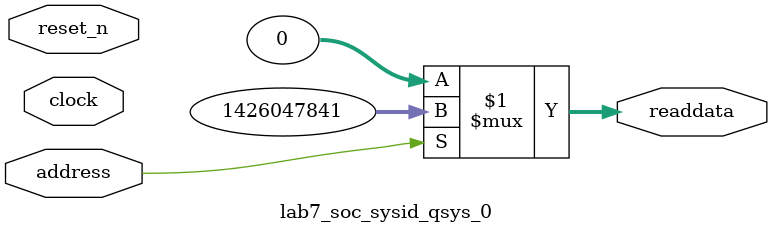
<source format=v>

`timescale 1ns / 1ps
// synthesis translate_on

// turn off superfluous verilog processor warnings 
// altera message_level Level1 
// altera message_off 10034 10035 10036 10037 10230 10240 10030 

module lab7_soc_sysid_qsys_0 (
               // inputs:
                address,
                clock,
                reset_n,

               // outputs:
                readdata
             )
;

  output  [ 31: 0] readdata;
  input            address;
  input            clock;
  input            reset_n;

  wire    [ 31: 0] readdata;
  //control_slave, which is an e_avalon_slave
  assign readdata = address ? 1426047841 : 0;

endmodule




</source>
